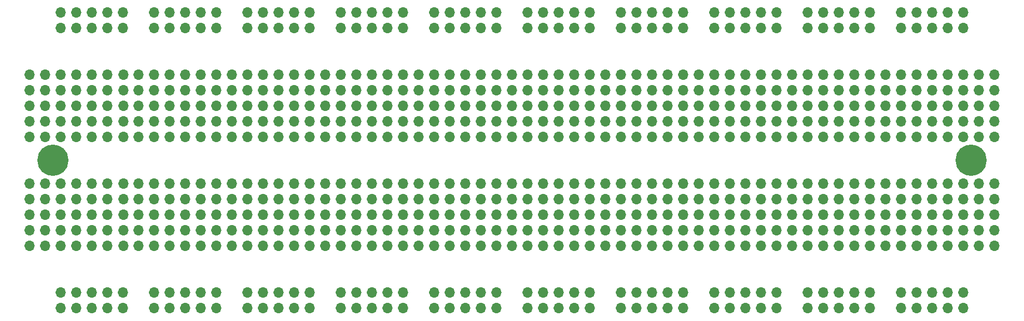
<source format=gts>
G04 #@! TF.GenerationSoftware,KiCad,Pcbnew,(5.1.8)-1*
G04 #@! TF.CreationDate,2021-02-07T23:28:57+01:00*
G04 #@! TF.ProjectId,Breadboard 830,42726561-6462-46f6-9172-64203833302e,rev?*
G04 #@! TF.SameCoordinates,Original*
G04 #@! TF.FileFunction,Soldermask,Top*
G04 #@! TF.FilePolarity,Negative*
%FSLAX46Y46*%
G04 Gerber Fmt 4.6, Leading zero omitted, Abs format (unit mm)*
G04 Created by KiCad (PCBNEW (5.1.8)-1) date 2021-02-07 23:28:57*
%MOMM*%
%LPD*%
G01*
G04 APERTURE LIST*
%ADD10C,5.100000*%
%ADD11O,1.700000X1.700000*%
G04 APERTURE END LIST*
D10*
X240030000Y-95250000D03*
X90170000Y-95250000D03*
D11*
X132080000Y-116840000D03*
X129540000Y-116840000D03*
X127000000Y-116840000D03*
X124460000Y-116840000D03*
X121920000Y-116840000D03*
X121920000Y-119380000D03*
X124460000Y-119380000D03*
X127000000Y-119380000D03*
X129540000Y-119380000D03*
X132080000Y-119380000D03*
X101600000Y-116840000D03*
X99060000Y-116840000D03*
X96520000Y-116840000D03*
X93980000Y-116840000D03*
X91440000Y-116840000D03*
X91440000Y-119380000D03*
X93980000Y-119380000D03*
X96520000Y-119380000D03*
X99060000Y-119380000D03*
X101600000Y-119380000D03*
X116840000Y-116840000D03*
X114300000Y-116840000D03*
X111760000Y-116840000D03*
X109220000Y-116840000D03*
X106680000Y-116840000D03*
X106680000Y-119380000D03*
X109220000Y-119380000D03*
X111760000Y-119380000D03*
X114300000Y-119380000D03*
X116840000Y-119380000D03*
X208280000Y-116840000D03*
X205740000Y-116840000D03*
X203200000Y-116840000D03*
X200660000Y-116840000D03*
X198120000Y-116840000D03*
X198120000Y-119380000D03*
X200660000Y-119380000D03*
X203200000Y-119380000D03*
X205740000Y-119380000D03*
X208280000Y-119380000D03*
X238760000Y-116840000D03*
X236220000Y-116840000D03*
X233680000Y-116840000D03*
X231140000Y-116840000D03*
X228600000Y-116840000D03*
X228600000Y-119380000D03*
X231140000Y-119380000D03*
X233680000Y-119380000D03*
X236220000Y-119380000D03*
X238760000Y-119380000D03*
X193040000Y-116840000D03*
X190500000Y-116840000D03*
X187960000Y-116840000D03*
X185420000Y-116840000D03*
X182880000Y-116840000D03*
X182880000Y-119380000D03*
X185420000Y-119380000D03*
X187960000Y-119380000D03*
X190500000Y-119380000D03*
X193040000Y-119380000D03*
X162560000Y-116840000D03*
X160020000Y-116840000D03*
X157480000Y-116840000D03*
X154940000Y-116840000D03*
X152400000Y-116840000D03*
X152400000Y-119380000D03*
X154940000Y-119380000D03*
X157480000Y-119380000D03*
X160020000Y-119380000D03*
X162560000Y-119380000D03*
X177800000Y-116840000D03*
X175260000Y-116840000D03*
X172720000Y-116840000D03*
X170180000Y-116840000D03*
X167640000Y-116840000D03*
X167640000Y-119380000D03*
X170180000Y-119380000D03*
X172720000Y-119380000D03*
X175260000Y-119380000D03*
X177800000Y-119380000D03*
X147320000Y-116840000D03*
X144780000Y-116840000D03*
X142240000Y-116840000D03*
X139700000Y-116840000D03*
X137160000Y-116840000D03*
X137160000Y-119380000D03*
X139700000Y-119380000D03*
X142240000Y-119380000D03*
X144780000Y-119380000D03*
X147320000Y-119380000D03*
X223520000Y-116840000D03*
X220980000Y-116840000D03*
X218440000Y-116840000D03*
X215900000Y-116840000D03*
X213360000Y-116840000D03*
X213360000Y-119380000D03*
X215900000Y-119380000D03*
X218440000Y-119380000D03*
X220980000Y-119380000D03*
X223520000Y-119380000D03*
X193040000Y-71120000D03*
X190500000Y-71120000D03*
X187960000Y-71120000D03*
X185420000Y-71120000D03*
X182880000Y-71120000D03*
X182880000Y-73660000D03*
X185420000Y-73660000D03*
X187960000Y-73660000D03*
X190500000Y-73660000D03*
X193040000Y-73660000D03*
X223520000Y-71120000D03*
X220980000Y-71120000D03*
X218440000Y-71120000D03*
X215900000Y-71120000D03*
X213360000Y-71120000D03*
X213360000Y-73660000D03*
X215900000Y-73660000D03*
X218440000Y-73660000D03*
X220980000Y-73660000D03*
X223520000Y-73660000D03*
X238760000Y-71120000D03*
X236220000Y-71120000D03*
X233680000Y-71120000D03*
X231140000Y-71120000D03*
X228600000Y-71120000D03*
X228600000Y-73660000D03*
X231140000Y-73660000D03*
X233680000Y-73660000D03*
X236220000Y-73660000D03*
X238760000Y-73660000D03*
X177800000Y-71120000D03*
X175260000Y-71120000D03*
X172720000Y-71120000D03*
X170180000Y-71120000D03*
X167640000Y-71120000D03*
X167640000Y-73660000D03*
X170180000Y-73660000D03*
X172720000Y-73660000D03*
X175260000Y-73660000D03*
X177800000Y-73660000D03*
X208280000Y-71120000D03*
X205740000Y-71120000D03*
X203200000Y-71120000D03*
X200660000Y-71120000D03*
X198120000Y-71120000D03*
X198120000Y-73660000D03*
X200660000Y-73660000D03*
X203200000Y-73660000D03*
X205740000Y-73660000D03*
X208280000Y-73660000D03*
X147320000Y-71120000D03*
X144780000Y-71120000D03*
X142240000Y-71120000D03*
X139700000Y-71120000D03*
X137160000Y-71120000D03*
X137160000Y-73660000D03*
X139700000Y-73660000D03*
X142240000Y-73660000D03*
X144780000Y-73660000D03*
X147320000Y-73660000D03*
X162560000Y-71120000D03*
X160020000Y-71120000D03*
X157480000Y-71120000D03*
X154940000Y-71120000D03*
X152400000Y-71120000D03*
X152400000Y-73660000D03*
X154940000Y-73660000D03*
X157480000Y-73660000D03*
X160020000Y-73660000D03*
X162560000Y-73660000D03*
X116840000Y-71120000D03*
X114300000Y-71120000D03*
X111760000Y-71120000D03*
X109220000Y-71120000D03*
X106680000Y-71120000D03*
X106680000Y-73660000D03*
X109220000Y-73660000D03*
X111760000Y-73660000D03*
X114300000Y-73660000D03*
X116840000Y-73660000D03*
X132080000Y-71120000D03*
X129540000Y-71120000D03*
X127000000Y-71120000D03*
X124460000Y-71120000D03*
X121920000Y-71120000D03*
X121920000Y-73660000D03*
X124460000Y-73660000D03*
X127000000Y-73660000D03*
X129540000Y-73660000D03*
X132080000Y-73660000D03*
X101600000Y-71120000D03*
X99060000Y-71120000D03*
X96520000Y-71120000D03*
X93980000Y-71120000D03*
X91440000Y-71120000D03*
X91440000Y-73660000D03*
X93980000Y-73660000D03*
X96520000Y-73660000D03*
X99060000Y-73660000D03*
X101600000Y-73660000D03*
X86360000Y-109220000D03*
X86360000Y-106680000D03*
X86360000Y-104140000D03*
X86360000Y-101600000D03*
X86360000Y-99060000D03*
X86360000Y-91440000D03*
X86360000Y-88900000D03*
X86360000Y-86360000D03*
X86360000Y-83820000D03*
X86360000Y-81280000D03*
X182880000Y-81280000D03*
X182880000Y-83820000D03*
X182880000Y-86360000D03*
X182880000Y-88900000D03*
X182880000Y-91440000D03*
X182880000Y-99060000D03*
X182880000Y-101600000D03*
X182880000Y-104140000D03*
X182880000Y-106680000D03*
X182880000Y-109220000D03*
X215900000Y-109220000D03*
X215900000Y-106680000D03*
X215900000Y-104140000D03*
X215900000Y-101600000D03*
X215900000Y-99060000D03*
X215900000Y-91440000D03*
X215900000Y-88900000D03*
X215900000Y-86360000D03*
X215900000Y-83820000D03*
X215900000Y-81280000D03*
X213360000Y-81280000D03*
X213360000Y-83820000D03*
X213360000Y-86360000D03*
X213360000Y-88900000D03*
X213360000Y-91440000D03*
X213360000Y-99060000D03*
X213360000Y-101600000D03*
X213360000Y-104140000D03*
X213360000Y-106680000D03*
X213360000Y-109220000D03*
X210820000Y-109220000D03*
X210820000Y-106680000D03*
X210820000Y-104140000D03*
X210820000Y-101600000D03*
X210820000Y-99060000D03*
X210820000Y-91440000D03*
X210820000Y-88900000D03*
X210820000Y-86360000D03*
X210820000Y-83820000D03*
X210820000Y-81280000D03*
X208280000Y-81280000D03*
X208280000Y-83820000D03*
X208280000Y-86360000D03*
X208280000Y-88900000D03*
X208280000Y-91440000D03*
X208280000Y-99060000D03*
X208280000Y-101600000D03*
X208280000Y-104140000D03*
X208280000Y-106680000D03*
X208280000Y-109220000D03*
X205740000Y-109220000D03*
X205740000Y-106680000D03*
X205740000Y-104140000D03*
X205740000Y-101600000D03*
X205740000Y-99060000D03*
X205740000Y-91440000D03*
X205740000Y-88900000D03*
X205740000Y-86360000D03*
X205740000Y-83820000D03*
X205740000Y-81280000D03*
X203200000Y-81280000D03*
X203200000Y-83820000D03*
X203200000Y-86360000D03*
X203200000Y-88900000D03*
X203200000Y-91440000D03*
X203200000Y-99060000D03*
X203200000Y-101600000D03*
X203200000Y-104140000D03*
X203200000Y-106680000D03*
X203200000Y-109220000D03*
X200660000Y-109220000D03*
X200660000Y-106680000D03*
X200660000Y-104140000D03*
X200660000Y-101600000D03*
X200660000Y-99060000D03*
X200660000Y-91440000D03*
X200660000Y-88900000D03*
X200660000Y-86360000D03*
X200660000Y-83820000D03*
X200660000Y-81280000D03*
X198120000Y-109220000D03*
X198120000Y-106680000D03*
X198120000Y-104140000D03*
X198120000Y-101600000D03*
X198120000Y-99060000D03*
X198120000Y-91440000D03*
X198120000Y-88900000D03*
X198120000Y-86360000D03*
X198120000Y-83820000D03*
X198120000Y-81280000D03*
X195580000Y-81280000D03*
X195580000Y-83820000D03*
X195580000Y-86360000D03*
X195580000Y-88900000D03*
X195580000Y-91440000D03*
X195580000Y-99060000D03*
X195580000Y-101600000D03*
X195580000Y-104140000D03*
X195580000Y-106680000D03*
X195580000Y-109220000D03*
X193040000Y-109220000D03*
X193040000Y-106680000D03*
X193040000Y-104140000D03*
X193040000Y-101600000D03*
X193040000Y-99060000D03*
X193040000Y-91440000D03*
X193040000Y-88900000D03*
X193040000Y-86360000D03*
X193040000Y-83820000D03*
X193040000Y-81280000D03*
X190500000Y-81280000D03*
X190500000Y-83820000D03*
X190500000Y-86360000D03*
X190500000Y-88900000D03*
X190500000Y-91440000D03*
X190500000Y-99060000D03*
X190500000Y-101600000D03*
X190500000Y-104140000D03*
X190500000Y-106680000D03*
X190500000Y-109220000D03*
X187960000Y-109220000D03*
X187960000Y-106680000D03*
X187960000Y-104140000D03*
X187960000Y-101600000D03*
X187960000Y-99060000D03*
X187960000Y-91440000D03*
X187960000Y-88900000D03*
X187960000Y-86360000D03*
X187960000Y-83820000D03*
X187960000Y-81280000D03*
X134620000Y-81280000D03*
X134620000Y-83820000D03*
X134620000Y-86360000D03*
X134620000Y-88900000D03*
X134620000Y-91440000D03*
X134620000Y-99060000D03*
X134620000Y-101600000D03*
X134620000Y-104140000D03*
X134620000Y-106680000D03*
X134620000Y-109220000D03*
X132080000Y-109220000D03*
X132080000Y-106680000D03*
X132080000Y-104140000D03*
X132080000Y-101600000D03*
X132080000Y-99060000D03*
X132080000Y-91440000D03*
X132080000Y-88900000D03*
X132080000Y-86360000D03*
X132080000Y-83820000D03*
X132080000Y-81280000D03*
X180340000Y-109220000D03*
X180340000Y-106680000D03*
X180340000Y-104140000D03*
X180340000Y-101600000D03*
X180340000Y-99060000D03*
X180340000Y-91440000D03*
X180340000Y-88900000D03*
X180340000Y-86360000D03*
X180340000Y-83820000D03*
X180340000Y-81280000D03*
X177800000Y-81280000D03*
X177800000Y-83820000D03*
X177800000Y-86360000D03*
X177800000Y-88900000D03*
X177800000Y-91440000D03*
X177800000Y-99060000D03*
X177800000Y-101600000D03*
X177800000Y-104140000D03*
X177800000Y-106680000D03*
X177800000Y-109220000D03*
X175260000Y-109220000D03*
X175260000Y-106680000D03*
X175260000Y-104140000D03*
X175260000Y-101600000D03*
X175260000Y-99060000D03*
X175260000Y-91440000D03*
X175260000Y-88900000D03*
X175260000Y-86360000D03*
X175260000Y-83820000D03*
X175260000Y-81280000D03*
X172720000Y-81280000D03*
X172720000Y-83820000D03*
X172720000Y-86360000D03*
X172720000Y-88900000D03*
X172720000Y-91440000D03*
X172720000Y-99060000D03*
X172720000Y-101600000D03*
X172720000Y-104140000D03*
X172720000Y-106680000D03*
X172720000Y-109220000D03*
X170180000Y-109220000D03*
X170180000Y-106680000D03*
X170180000Y-104140000D03*
X170180000Y-101600000D03*
X170180000Y-99060000D03*
X170180000Y-91440000D03*
X170180000Y-88900000D03*
X170180000Y-86360000D03*
X170180000Y-83820000D03*
X170180000Y-81280000D03*
X167640000Y-81280000D03*
X167640000Y-83820000D03*
X167640000Y-86360000D03*
X167640000Y-88900000D03*
X167640000Y-91440000D03*
X167640000Y-99060000D03*
X167640000Y-101600000D03*
X167640000Y-104140000D03*
X167640000Y-106680000D03*
X167640000Y-109220000D03*
X165100000Y-109220000D03*
X165100000Y-106680000D03*
X165100000Y-104140000D03*
X165100000Y-101600000D03*
X165100000Y-99060000D03*
X165100000Y-91440000D03*
X165100000Y-88900000D03*
X165100000Y-86360000D03*
X165100000Y-83820000D03*
X165100000Y-81280000D03*
X162560000Y-81280000D03*
X162560000Y-83820000D03*
X162560000Y-86360000D03*
X162560000Y-88900000D03*
X162560000Y-91440000D03*
X162560000Y-99060000D03*
X162560000Y-101600000D03*
X162560000Y-104140000D03*
X162560000Y-106680000D03*
X162560000Y-109220000D03*
X129540000Y-109220000D03*
X129540000Y-106680000D03*
X129540000Y-104140000D03*
X129540000Y-101600000D03*
X129540000Y-99060000D03*
X129540000Y-91440000D03*
X129540000Y-88900000D03*
X129540000Y-86360000D03*
X129540000Y-83820000D03*
X129540000Y-81280000D03*
X127000000Y-81280000D03*
X127000000Y-83820000D03*
X127000000Y-86360000D03*
X127000000Y-88900000D03*
X127000000Y-91440000D03*
X127000000Y-99060000D03*
X127000000Y-101600000D03*
X127000000Y-104140000D03*
X127000000Y-106680000D03*
X127000000Y-109220000D03*
X124460000Y-109220000D03*
X124460000Y-106680000D03*
X124460000Y-104140000D03*
X124460000Y-101600000D03*
X124460000Y-99060000D03*
X124460000Y-91440000D03*
X124460000Y-88900000D03*
X124460000Y-86360000D03*
X124460000Y-83820000D03*
X124460000Y-81280000D03*
X121920000Y-81280000D03*
X121920000Y-83820000D03*
X121920000Y-86360000D03*
X121920000Y-88900000D03*
X121920000Y-91440000D03*
X121920000Y-99060000D03*
X121920000Y-101600000D03*
X121920000Y-104140000D03*
X121920000Y-106680000D03*
X121920000Y-109220000D03*
X119380000Y-109220000D03*
X119380000Y-106680000D03*
X119380000Y-104140000D03*
X119380000Y-101600000D03*
X119380000Y-99060000D03*
X119380000Y-91440000D03*
X119380000Y-88900000D03*
X119380000Y-86360000D03*
X119380000Y-83820000D03*
X119380000Y-81280000D03*
X116840000Y-81280000D03*
X116840000Y-83820000D03*
X116840000Y-86360000D03*
X116840000Y-88900000D03*
X116840000Y-91440000D03*
X116840000Y-99060000D03*
X116840000Y-101600000D03*
X116840000Y-104140000D03*
X116840000Y-106680000D03*
X116840000Y-109220000D03*
X114300000Y-109220000D03*
X114300000Y-106680000D03*
X114300000Y-104140000D03*
X114300000Y-101600000D03*
X114300000Y-99060000D03*
X114300000Y-91440000D03*
X114300000Y-88900000D03*
X114300000Y-86360000D03*
X114300000Y-83820000D03*
X114300000Y-81280000D03*
X111760000Y-81280000D03*
X111760000Y-83820000D03*
X111760000Y-86360000D03*
X111760000Y-88900000D03*
X111760000Y-91440000D03*
X111760000Y-99060000D03*
X111760000Y-101600000D03*
X111760000Y-104140000D03*
X111760000Y-106680000D03*
X111760000Y-109220000D03*
X109220000Y-109220000D03*
X109220000Y-106680000D03*
X109220000Y-104140000D03*
X109220000Y-101600000D03*
X109220000Y-99060000D03*
X109220000Y-91440000D03*
X109220000Y-88900000D03*
X109220000Y-86360000D03*
X109220000Y-83820000D03*
X109220000Y-81280000D03*
X106680000Y-81280000D03*
X106680000Y-83820000D03*
X106680000Y-86360000D03*
X106680000Y-88900000D03*
X106680000Y-91440000D03*
X106680000Y-99060000D03*
X106680000Y-101600000D03*
X106680000Y-104140000D03*
X106680000Y-106680000D03*
X106680000Y-109220000D03*
X101670000Y-109220000D03*
X101670000Y-106680000D03*
X101670000Y-104140000D03*
X101670000Y-101600000D03*
X101670000Y-99060000D03*
X101670000Y-91440000D03*
X101670000Y-88900000D03*
X101670000Y-86360000D03*
X101670000Y-83820000D03*
X101670000Y-81280000D03*
X104140000Y-81280000D03*
X104140000Y-83820000D03*
X104140000Y-86360000D03*
X104140000Y-88900000D03*
X104140000Y-91440000D03*
X104140000Y-99060000D03*
X104140000Y-101600000D03*
X104140000Y-104140000D03*
X104140000Y-106680000D03*
X104140000Y-109220000D03*
X160020000Y-109220000D03*
X160020000Y-106680000D03*
X160020000Y-104140000D03*
X160020000Y-101600000D03*
X160020000Y-99060000D03*
X160020000Y-91440000D03*
X160020000Y-88900000D03*
X160020000Y-86360000D03*
X160020000Y-83820000D03*
X160020000Y-81280000D03*
X99060000Y-81280000D03*
X99060000Y-83820000D03*
X99060000Y-86360000D03*
X99060000Y-88900000D03*
X99060000Y-91440000D03*
X99060000Y-99060000D03*
X99060000Y-101600000D03*
X99060000Y-104140000D03*
X99060000Y-106680000D03*
X99060000Y-109220000D03*
X157480000Y-109220000D03*
X157480000Y-106680000D03*
X157480000Y-104140000D03*
X157480000Y-101600000D03*
X157480000Y-99060000D03*
X157480000Y-91440000D03*
X157480000Y-88900000D03*
X157480000Y-86360000D03*
X157480000Y-83820000D03*
X157480000Y-81280000D03*
X96520000Y-81280000D03*
X96520000Y-83820000D03*
X96520000Y-86360000D03*
X96520000Y-88900000D03*
X96520000Y-91440000D03*
X96520000Y-99060000D03*
X96520000Y-101600000D03*
X96520000Y-104140000D03*
X96520000Y-106680000D03*
X96520000Y-109220000D03*
X154940000Y-109220000D03*
X154940000Y-106680000D03*
X154940000Y-104140000D03*
X154940000Y-101600000D03*
X154940000Y-99060000D03*
X154940000Y-91440000D03*
X154940000Y-88900000D03*
X154940000Y-86360000D03*
X154940000Y-83820000D03*
X154940000Y-81280000D03*
X93980000Y-81280000D03*
X93980000Y-83820000D03*
X93980000Y-86360000D03*
X93980000Y-88900000D03*
X93980000Y-91440000D03*
X93980000Y-99060000D03*
X93980000Y-101600000D03*
X93980000Y-104140000D03*
X93980000Y-106680000D03*
X93980000Y-109220000D03*
X152400000Y-109220000D03*
X152400000Y-106680000D03*
X152400000Y-104140000D03*
X152400000Y-101600000D03*
X152400000Y-99060000D03*
X152400000Y-91440000D03*
X152400000Y-88900000D03*
X152400000Y-86360000D03*
X152400000Y-83820000D03*
X152400000Y-81280000D03*
X91440000Y-81280000D03*
X91440000Y-83820000D03*
X91440000Y-86360000D03*
X91440000Y-88900000D03*
X91440000Y-91440000D03*
X91440000Y-99060000D03*
X91440000Y-101600000D03*
X91440000Y-104140000D03*
X91440000Y-106680000D03*
X91440000Y-109220000D03*
X149860000Y-109220000D03*
X149860000Y-106680000D03*
X149860000Y-104140000D03*
X149860000Y-101600000D03*
X149860000Y-99060000D03*
X149860000Y-91440000D03*
X149860000Y-88900000D03*
X149860000Y-86360000D03*
X149860000Y-83820000D03*
X149860000Y-81280000D03*
X88900000Y-81280000D03*
X88900000Y-83820000D03*
X88900000Y-86360000D03*
X88900000Y-88900000D03*
X88900000Y-91440000D03*
X88900000Y-99060000D03*
X88900000Y-101600000D03*
X88900000Y-104140000D03*
X88900000Y-106680000D03*
X88900000Y-109220000D03*
X147320000Y-109220000D03*
X147320000Y-106680000D03*
X147320000Y-104140000D03*
X147320000Y-101600000D03*
X147320000Y-99060000D03*
X147320000Y-91440000D03*
X147320000Y-88900000D03*
X147320000Y-86360000D03*
X147320000Y-83820000D03*
X147320000Y-81280000D03*
X236220000Y-81280000D03*
X236220000Y-83820000D03*
X236220000Y-86360000D03*
X236220000Y-88900000D03*
X236220000Y-91440000D03*
X236220000Y-99060000D03*
X236220000Y-101600000D03*
X236220000Y-104140000D03*
X236220000Y-106680000D03*
X236220000Y-109220000D03*
X144780000Y-109220000D03*
X144780000Y-106680000D03*
X144780000Y-104140000D03*
X144780000Y-101600000D03*
X144780000Y-99060000D03*
X144780000Y-91440000D03*
X144780000Y-88900000D03*
X144780000Y-86360000D03*
X144780000Y-83820000D03*
X144780000Y-81280000D03*
X238760000Y-81280000D03*
X238760000Y-83820000D03*
X238760000Y-86360000D03*
X238760000Y-88900000D03*
X238760000Y-91440000D03*
X238760000Y-99060000D03*
X238760000Y-101600000D03*
X238760000Y-104140000D03*
X238760000Y-106680000D03*
X238760000Y-109220000D03*
X142240000Y-109220000D03*
X142240000Y-106680000D03*
X142240000Y-104140000D03*
X142240000Y-101600000D03*
X142240000Y-99060000D03*
X142240000Y-91440000D03*
X142240000Y-88900000D03*
X142240000Y-86360000D03*
X142240000Y-83820000D03*
X142240000Y-81280000D03*
X241300000Y-81280000D03*
X241300000Y-83820000D03*
X241300000Y-86360000D03*
X241300000Y-88900000D03*
X241300000Y-91440000D03*
X241300000Y-99060000D03*
X241300000Y-101600000D03*
X241300000Y-104140000D03*
X241300000Y-106680000D03*
X241300000Y-109220000D03*
X139700000Y-109220000D03*
X139700000Y-106680000D03*
X139700000Y-104140000D03*
X139700000Y-101600000D03*
X139700000Y-99060000D03*
X139700000Y-91440000D03*
X139700000Y-88900000D03*
X139700000Y-86360000D03*
X139700000Y-83820000D03*
X139700000Y-81280000D03*
X243840000Y-81280000D03*
X243840000Y-83820000D03*
X243840000Y-86360000D03*
X243840000Y-88900000D03*
X243840000Y-91440000D03*
X243840000Y-99060000D03*
X243840000Y-101600000D03*
X243840000Y-104140000D03*
X243840000Y-106680000D03*
X243840000Y-109220000D03*
X137160000Y-109220000D03*
X137160000Y-106680000D03*
X137160000Y-104140000D03*
X137160000Y-101600000D03*
X137160000Y-99060000D03*
X137160000Y-91440000D03*
X137160000Y-88900000D03*
X137160000Y-86360000D03*
X137160000Y-83820000D03*
X137160000Y-81280000D03*
X185420000Y-81280000D03*
X185420000Y-83820000D03*
X185420000Y-86360000D03*
X185420000Y-88900000D03*
X185420000Y-91440000D03*
X185420000Y-99060000D03*
X185420000Y-101600000D03*
X185420000Y-104140000D03*
X185420000Y-106680000D03*
X185420000Y-109220000D03*
X218440000Y-109220000D03*
X218440000Y-106680000D03*
X218440000Y-104140000D03*
X218440000Y-101600000D03*
X218440000Y-99060000D03*
X218440000Y-91440000D03*
X218440000Y-88900000D03*
X218440000Y-86360000D03*
X218440000Y-83820000D03*
X218440000Y-81280000D03*
X220980000Y-81280000D03*
X220980000Y-83820000D03*
X220980000Y-86360000D03*
X220980000Y-88900000D03*
X220980000Y-91440000D03*
X220980000Y-99060000D03*
X220980000Y-101600000D03*
X220980000Y-104140000D03*
X220980000Y-106680000D03*
X220980000Y-109220000D03*
X223520000Y-109220000D03*
X223520000Y-106680000D03*
X223520000Y-104140000D03*
X223520000Y-101600000D03*
X223520000Y-99060000D03*
X223520000Y-91440000D03*
X223520000Y-88900000D03*
X223520000Y-86360000D03*
X223520000Y-83820000D03*
X223520000Y-81280000D03*
X226060000Y-81280000D03*
X226060000Y-83820000D03*
X226060000Y-86360000D03*
X226060000Y-88900000D03*
X226060000Y-91440000D03*
X226060000Y-99060000D03*
X226060000Y-101600000D03*
X226060000Y-104140000D03*
X226060000Y-106680000D03*
X226060000Y-109220000D03*
X228600000Y-109220000D03*
X228600000Y-106680000D03*
X228600000Y-104140000D03*
X228600000Y-101600000D03*
X228600000Y-99060000D03*
X228600000Y-91440000D03*
X228600000Y-88900000D03*
X228600000Y-86360000D03*
X228600000Y-83820000D03*
X228600000Y-81280000D03*
X231140000Y-81280000D03*
X231140000Y-83820000D03*
X231140000Y-86360000D03*
X231140000Y-88900000D03*
X231140000Y-91440000D03*
X231140000Y-99060000D03*
X231140000Y-101600000D03*
X231140000Y-104140000D03*
X231140000Y-106680000D03*
X231140000Y-109220000D03*
X233680000Y-109220000D03*
X233680000Y-106680000D03*
X233680000Y-104140000D03*
X233680000Y-101600000D03*
X233680000Y-99060000D03*
X233680000Y-91440000D03*
X233680000Y-88900000D03*
X233680000Y-86360000D03*
X233680000Y-83820000D03*
X233680000Y-81280000D03*
M02*

</source>
